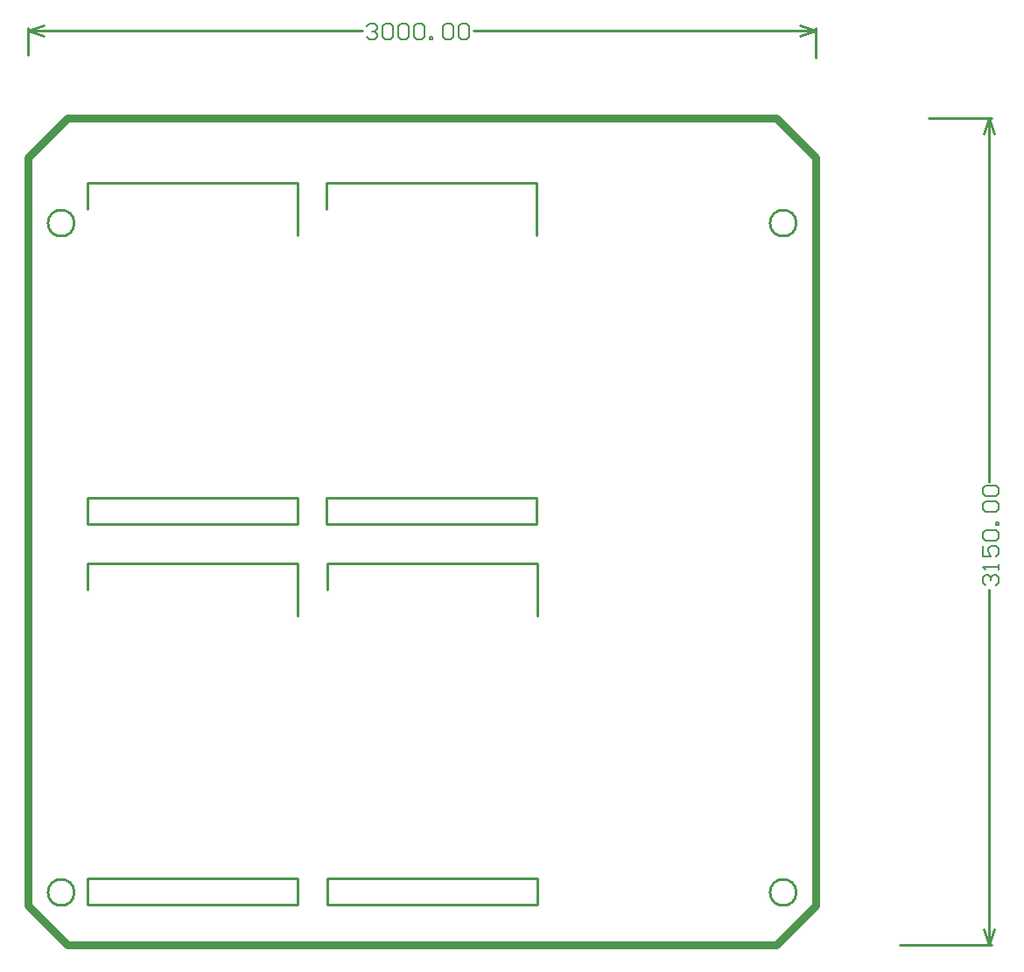
<source format=gm1>
G04*
G04 #@! TF.GenerationSoftware,Altium Limited,Altium Designer,22.9.1 (49)*
G04*
G04 Layer_Color=16711935*
%FSLAX24Y24*%
%MOIN*%
G70*
G04*
G04 #@! TF.SameCoordinates,10C0EDED-7795-41B1-8CC0-87200EC90710*
G04*
G04*
G04 #@! TF.FilePolarity,Positive*
G04*
G01*
G75*
%ADD12C,0.0100*%
%ADD14C,0.0300*%
%ADD15C,0.0060*%
D12*
X29250Y2000D02*
G03*
X29250Y2000I-500J0D01*
G01*
Y27500D02*
G03*
X29250Y27500I-500J0D01*
G01*
X1750Y2000D02*
G03*
X1750Y2000I-500J0D01*
G01*
Y27500D02*
G03*
X1750Y27500I-500J0D01*
G01*
X2250Y1550D02*
X10250D01*
Y2550D01*
X2250D02*
X10250D01*
X2250Y1550D02*
Y2550D01*
X10250Y12550D02*
Y14550D01*
X3250D02*
X10250D01*
X2250Y13550D02*
Y14550D01*
X3250D01*
X2250Y29050D02*
X3250D01*
X2250Y28050D02*
Y29050D01*
X3250D02*
X10250D01*
Y27050D02*
Y29050D01*
X2250Y16050D02*
Y17050D01*
X10250D01*
Y16050D02*
Y17050D01*
X2250Y16050D02*
X10250D01*
X11400Y1550D02*
X19400D01*
Y2550D01*
X11400D02*
X19400D01*
X11400Y1550D02*
Y2550D01*
X19400Y12550D02*
Y14550D01*
X12400D02*
X19400D01*
X11400Y13550D02*
Y14550D01*
X12400D01*
X11350Y16050D02*
X19350D01*
Y17050D01*
X11350D02*
X19350D01*
X11350Y16050D02*
Y17050D01*
X19350Y27050D02*
Y29050D01*
X12350D02*
X19350D01*
X11350Y28050D02*
Y29050D01*
X12350D01*
X0Y34850D02*
X600Y35050D01*
X0Y34850D02*
X600Y34650D01*
X29400D02*
X30000Y34850D01*
X29400Y35050D02*
X30000Y34850D01*
X0D02*
X12731D01*
X16949D02*
X30000D01*
X0Y33900D02*
Y34950D01*
X30000Y33800D02*
Y34950D01*
X36400Y600D02*
X36600Y0D01*
X36800Y600D01*
X36600Y31500D02*
X36800Y30900D01*
X36400D02*
X36600Y31500D01*
Y0D02*
Y13531D01*
Y17649D02*
Y31500D01*
X33200Y0D02*
X36700D01*
X34300Y31500D02*
X36700D01*
X29250Y2000D02*
G03*
X29250Y2000I-500J0D01*
G01*
Y27500D02*
G03*
X29250Y27500I-500J0D01*
G01*
X1750Y2000D02*
G03*
X1750Y2000I-500J0D01*
G01*
Y27500D02*
G03*
X1750Y27500I-500J0D01*
G01*
X2250Y1550D02*
X10250D01*
Y2550D01*
X2250D02*
X10250D01*
X2250Y1550D02*
Y2550D01*
X10250Y12550D02*
Y14550D01*
X3250D02*
X10250D01*
X2250Y13550D02*
Y14550D01*
X3250D01*
X2250Y29050D02*
X3250D01*
X2250Y28050D02*
Y29050D01*
X3250D02*
X10250D01*
Y27050D02*
Y29050D01*
X2250Y16050D02*
Y17050D01*
X10250D01*
Y16050D02*
Y17050D01*
X2250Y16050D02*
X10250D01*
X11400Y1550D02*
X19400D01*
Y2550D01*
X11400D02*
X19400D01*
X11400Y1550D02*
Y2550D01*
X19400Y12550D02*
Y14550D01*
X12400D02*
X19400D01*
X11400Y13550D02*
Y14550D01*
X12400D01*
X11350Y16050D02*
X19350D01*
Y17050D01*
X11350D02*
X19350D01*
X11350Y16050D02*
Y17050D01*
X19350Y27050D02*
Y29050D01*
X12350D02*
X19350D01*
X11350Y28050D02*
Y29050D01*
X12350D01*
X0Y34850D02*
X600Y35050D01*
X0Y34850D02*
X600Y34650D01*
X29400D02*
X30000Y34850D01*
X29400Y35050D02*
X30000Y34850D01*
X0D02*
X12731D01*
X16949D02*
X30000D01*
X0Y33900D02*
Y34950D01*
X30000Y33800D02*
Y34950D01*
X36400Y600D02*
X36600Y0D01*
X36800Y600D01*
X36600Y31500D02*
X36800Y30900D01*
X36400D02*
X36600Y31500D01*
Y0D02*
Y13531D01*
Y17649D02*
Y31500D01*
X33200Y0D02*
X36700D01*
X34300Y31500D02*
X36700D01*
D14*
X30000Y1500D02*
Y30000D01*
X1500Y31500D02*
X28500D01*
X30000Y30000D01*
X-0D02*
X0Y1500D01*
Y30000D02*
X1500Y31500D01*
X28500Y0D02*
X30000Y1500D01*
X0D02*
X1500Y0D01*
X28500D01*
X30000Y1500D02*
Y30000D01*
X1500Y31500D02*
X28500D01*
X30000Y30000D01*
X-0D02*
X0Y1500D01*
Y30000D02*
X1500Y31500D01*
X28500Y0D02*
X30000Y1500D01*
X0D02*
X1500Y0D01*
X28500D01*
D15*
X12891Y34990D02*
X12991Y35090D01*
X13191D01*
X13290Y34990D01*
Y34890D01*
X13191Y34790D01*
X13091D01*
X13191D01*
X13290Y34690D01*
Y34590D01*
X13191Y34490D01*
X12991D01*
X12891Y34590D01*
X13490Y34990D02*
X13590Y35090D01*
X13790D01*
X13890Y34990D01*
Y34590D01*
X13790Y34490D01*
X13590D01*
X13490Y34590D01*
Y34990D01*
X14090D02*
X14190Y35090D01*
X14390D01*
X14490Y34990D01*
Y34590D01*
X14390Y34490D01*
X14190D01*
X14090Y34590D01*
Y34990D01*
X14690D02*
X14790Y35090D01*
X14990D01*
X15090Y34990D01*
Y34590D01*
X14990Y34490D01*
X14790D01*
X14690Y34590D01*
Y34990D01*
X15290Y34490D02*
Y34590D01*
X15390D01*
Y34490D01*
X15290D01*
X15790Y34990D02*
X15890Y35090D01*
X16090D01*
X16190Y34990D01*
Y34590D01*
X16090Y34490D01*
X15890D01*
X15790Y34590D01*
Y34990D01*
X16389D02*
X16489Y35090D01*
X16689D01*
X16789Y34990D01*
Y34590D01*
X16689Y34490D01*
X16489D01*
X16389Y34590D01*
Y34990D01*
X36460Y13691D02*
X36360Y13791D01*
Y13991D01*
X36460Y14090D01*
X36560D01*
X36660Y13991D01*
Y13891D01*
Y13991D01*
X36760Y14090D01*
X36860D01*
X36960Y13991D01*
Y13791D01*
X36860Y13691D01*
X36960Y14290D02*
Y14490D01*
Y14390D01*
X36360D01*
X36460Y14290D01*
X36360Y15190D02*
Y14790D01*
X36660D01*
X36560Y14990D01*
Y15090D01*
X36660Y15190D01*
X36860D01*
X36960Y15090D01*
Y14890D01*
X36860Y14790D01*
X36460Y15390D02*
X36360Y15490D01*
Y15690D01*
X36460Y15790D01*
X36860D01*
X36960Y15690D01*
Y15490D01*
X36860Y15390D01*
X36460D01*
X36960Y15990D02*
X36860D01*
Y16090D01*
X36960D01*
Y15990D01*
X36460Y16490D02*
X36360Y16590D01*
Y16790D01*
X36460Y16890D01*
X36860D01*
X36960Y16790D01*
Y16590D01*
X36860Y16490D01*
X36460D01*
Y17090D02*
X36360Y17189D01*
Y17389D01*
X36460Y17489D01*
X36860D01*
X36960Y17389D01*
Y17189D01*
X36860Y17090D01*
X36460D01*
X12891Y34990D02*
X12991Y35090D01*
X13191D01*
X13290Y34990D01*
Y34890D01*
X13191Y34790D01*
X13091D01*
X13191D01*
X13290Y34690D01*
Y34590D01*
X13191Y34490D01*
X12991D01*
X12891Y34590D01*
X13490Y34990D02*
X13590Y35090D01*
X13790D01*
X13890Y34990D01*
Y34590D01*
X13790Y34490D01*
X13590D01*
X13490Y34590D01*
Y34990D01*
X14090D02*
X14190Y35090D01*
X14390D01*
X14490Y34990D01*
Y34590D01*
X14390Y34490D01*
X14190D01*
X14090Y34590D01*
Y34990D01*
X14690D02*
X14790Y35090D01*
X14990D01*
X15090Y34990D01*
Y34590D01*
X14990Y34490D01*
X14790D01*
X14690Y34590D01*
Y34990D01*
X15290Y34490D02*
Y34590D01*
X15390D01*
Y34490D01*
X15290D01*
X15790Y34990D02*
X15890Y35090D01*
X16090D01*
X16190Y34990D01*
Y34590D01*
X16090Y34490D01*
X15890D01*
X15790Y34590D01*
Y34990D01*
X16389D02*
X16489Y35090D01*
X16689D01*
X16789Y34990D01*
Y34590D01*
X16689Y34490D01*
X16489D01*
X16389Y34590D01*
Y34990D01*
X36460Y13691D02*
X36360Y13791D01*
Y13991D01*
X36460Y14090D01*
X36560D01*
X36660Y13991D01*
Y13891D01*
Y13991D01*
X36760Y14090D01*
X36860D01*
X36960Y13991D01*
Y13791D01*
X36860Y13691D01*
X36960Y14290D02*
Y14490D01*
Y14390D01*
X36360D01*
X36460Y14290D01*
X36360Y15190D02*
Y14790D01*
X36660D01*
X36560Y14990D01*
Y15090D01*
X36660Y15190D01*
X36860D01*
X36960Y15090D01*
Y14890D01*
X36860Y14790D01*
X36460Y15390D02*
X36360Y15490D01*
Y15690D01*
X36460Y15790D01*
X36860D01*
X36960Y15690D01*
Y15490D01*
X36860Y15390D01*
X36460D01*
X36960Y15990D02*
X36860D01*
Y16090D01*
X36960D01*
Y15990D01*
X36460Y16490D02*
X36360Y16590D01*
Y16790D01*
X36460Y16890D01*
X36860D01*
X36960Y16790D01*
Y16590D01*
X36860Y16490D01*
X36460D01*
Y17090D02*
X36360Y17189D01*
Y17389D01*
X36460Y17489D01*
X36860D01*
X36960Y17389D01*
Y17189D01*
X36860Y17090D01*
X36460D01*
M02*

</source>
